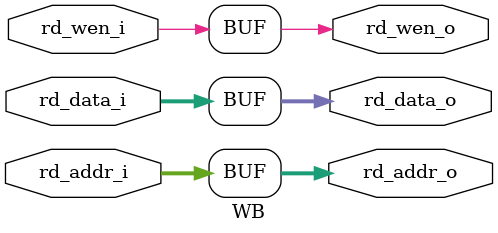
<source format=v>
module WB
(
	input wire [4 :0]  rd_addr_i,
	input wire [63:0]  rd_data_i,
	input wire         rd_wen_i ,
	//to regs
	output wire [4 :0] rd_addr_o,
	output wire [63:0] rd_data_o,
	output wire        rd_wen_o 
);

	assign rd_addr_o = rd_addr_i;
	assign rd_data_o = rd_data_i;
	assign rd_wen_o  = rd_wen_i ;

endmodule



</source>
